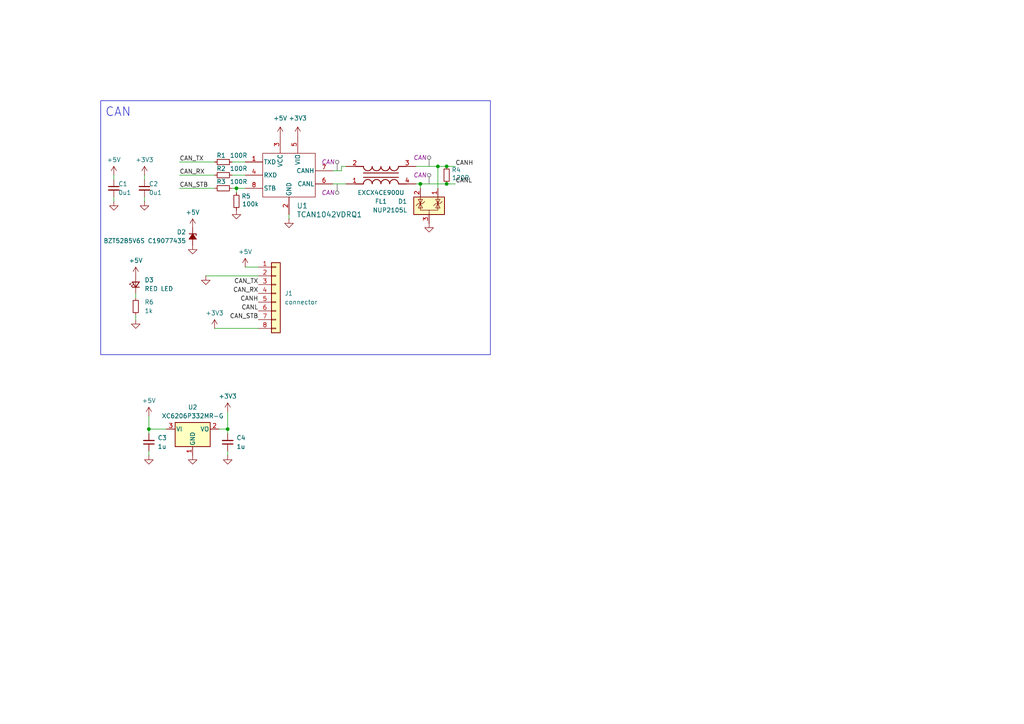
<source format=kicad_sch>
(kicad_sch (version 20231120) (generator "eeschema") (generator_version "8.0")
  (paper "A4")
  (lib_symbols
    (symbol "Connector_Generic:Conn_01x08" (pin_names (offset 1.016) hide)
      (property "Reference" "J" (at 0 10.16 0))
      (property "Value" "Conn_01x08" (at 0 -12.7 0))
      (symbol "Conn_01x08_1_1"
        (rectangle (start -1.27 -10.033) (end 0 -10.287) (stroke (width 0.1524)))
        (rectangle (start -1.27 -7.493) (end 0 -7.747) (stroke (width 0.1524)))
        (rectangle (start -1.27 -4.953) (end 0 -5.207) (stroke (width 0.1524)))
        (rectangle (start -1.27 -2.413) (end 0 -2.667) (stroke (width 0.1524)))
        (rectangle (start -1.27 0.127) (end 0 -0.127) (stroke (width 0.1524)))
        (rectangle (start -1.27 2.667) (end 0 2.413) (stroke (width 0.1524)))
        (rectangle (start -1.27 5.207) (end 0 4.953) (stroke (width 0.1524)))
        (rectangle (start -1.27 7.747) (end 0 7.493) (stroke (width 0.1524)))
        (rectangle (start -1.27 8.89) (end 1.27 -11.43) (stroke (width 0.254)) (fill (type background)))
        (pin passive line (at -5.08 7.62 0) (length 3.81) (name "Pin_1") (number "1"))
        (pin passive line (at -5.08 5.08 0) (length 3.81) (name "Pin_2") (number "2"))
        (pin passive line (at -5.08 2.54 0) (length 3.81) (name "Pin_3") (number "3"))
        (pin passive line (at -5.08 0 0) (length 3.81) (name "Pin_4") (number "4"))
        (pin passive line (at -5.08 -2.54 0) (length 3.81) (name "Pin_5") (number "5"))
        (pin passive line (at -5.08 -5.08 0) (length 3.81) (name "Pin_6") (number "6"))
        (pin passive line (at -5.08 -7.62 0) (length 3.81) (name "Pin_7") (number "7"))
        (pin passive line (at -5.08 -10.16 0) (length 3.81) (name "Pin_8") (number "8"))
      )
    )
    (symbol "Device:C_Small" (pin_numbers hide) (pin_names (offset 0.254) hide)
      (property "Reference" "C" (at 0.254 1.778 0))
      (property "Value" "C_Small" (at 0.254 -2.032 0))
      (symbol "C_Small_0_1"
        (polyline (pts (xy -1.524 -0.508) (xy 1.524 -0.508)) (stroke (width 0.3302)))
        (polyline (pts (xy -1.524 0.508) (xy 1.524 0.508)) (stroke (width 0.3048)))
      )
      (symbol "C_Small_1_1"
        (pin passive line (at 0 2.54 270) (length 2.032) (name "~") (number "1"))
        (pin passive line (at 0 -2.54 90) (length 2.032) (name "~") (number "2"))
      )
    )
    (symbol "Device:D_Zener_Small_Filled" (pin_numbers hide) (pin_names (offset 0.254) hide)
      (property "Reference" "D" (at 0 2.286 0))
      (property "Value" "D_Zener_Small_Filled" (at 0 -2.286 0))
      (symbol "D_Zener_Small_Filled_0_1"
        (polyline (pts (xy 0.762 0) (xy -0.762 0)))
        (polyline (pts (xy -0.254 1.016) (xy -0.762 1.016) (xy -0.762 -1.016)) (stroke (width 0.254)))
        (polyline (pts (xy 0.762 1.016) (xy -0.762 0) (xy 0.762 -1.016) (xy 0.762 1.016)) (stroke (width 0.254)) (fill (type outline)))
      )
      (symbol "D_Zener_Small_Filled_1_1"
        (pin passive line (at -2.54 0 0) (length 1.778) (name "K") (number "1"))
        (pin passive line (at 2.54 0 180) (length 1.778) (name "A") (number "2"))
      )
    )
    (symbol "Device:LED_Small" (pin_numbers hide) (pin_names (offset 0.254) hide)
      (property "Reference" "D" (at -1.27 3.175 0))
      (property "Value" "LED_Small" (at -4.445 -2.54 0))
      (symbol "LED_Small_0_1"
        (polyline (pts (xy -0.762 -1.016) (xy -0.762 1.016)) (stroke (width 0.254)))
        (polyline (pts (xy 1.016 0) (xy -0.762 0)))
        (polyline (pts (xy 0.762 -1.016) (xy -0.762 0) (xy 0.762 1.016) (xy 0.762 -1.016)) (stroke (width 0.254)))
        (polyline (pts (xy 0 0.762) (xy -0.508 1.27) (xy -0.254 1.27) (xy -0.508 1.27) (xy -0.508 1.016)))
        (polyline (pts (xy 0.508 1.27) (xy 0 1.778) (xy 0.254 1.778) (xy 0 1.778) (xy 0 1.524)))
      )
      (symbol "LED_Small_1_1"
        (pin passive line (at -2.54 0 0) (length 1.778) (name "K") (number "1"))
        (pin passive line (at 2.54 0 180) (length 1.778) (name "A") (number "2"))
      )
    )
    (symbol "Device:R_Small" (pin_numbers hide) (pin_names (offset 0.254) hide)
      (property "Reference" "R" (at 0.762 0.508 0))
      (property "Value" "R_Small" (at 0.762 -1.016 0))
      (symbol "R_Small_0_1"
        (rectangle (start -0.762 1.778) (end 0.762 -1.778) (stroke (width 0.2032)))
      )
      (symbol "R_Small_1_1"
        (pin passive line (at 0 2.54 270) (length 0.762) (name "~") (number "1"))
        (pin passive line (at 0 -2.54 90) (length 0.762) (name "~") (number "2"))
      )
    )
    (symbol "Power_Protection:NUP2105L" (pin_names hide)
      (property "Reference" "D" (at 5.715 2.54 0))
      (property "Value" "NUP2105L" (at 5.715 0.635 0))
      (symbol "NUP2105L_0_0"
        (pin passive line (at 0 -5.08 90) (length 2.54) (name "A") (number "3"))
      )
      (symbol "NUP2105L_0_1"
        (rectangle (start -4.445 2.54) (end 4.445 -2.54) (stroke (width 0.254)) (fill (type background)))
        (polyline (pts (xy -2.54 2.54) (xy -2.54 0.635)))
        (polyline (pts (xy 0 -1.27) (xy 0 -2.54)))
        (polyline (pts (xy 2.54 2.54) (xy 2.54 0.635)))
        (polyline (pts (xy -3.81 1.27) (xy -3.175 0.635) (xy -1.905 0.635) (xy -1.27 0)))
        (polyline (pts (xy -2.54 0.635) (xy -2.54 -1.27) (xy 2.54 -1.27) (xy 2.54 0.635)))
        (polyline (pts (xy -2.54 0.635) (xy -1.905 -0.635) (xy -3.175 -0.635) (xy -2.54 0.635)))
        (polyline (pts (xy 2.54 0.635) (xy 1.905 -0.635) (xy 3.175 -0.635) (xy 2.54 0.635)))
        (polyline (pts (xy 2.54 0.635) (xy 3.175 1.905) (xy 1.905 1.905) (xy 2.54 0.635)))
        (polyline (pts (xy -2.54 0.635) (xy -3.175 1.905) (xy -1.905 1.905) (xy -2.54 0.635) (xy -2.54 1.27)))
        (polyline (pts (xy 1.27 1.27) (xy 1.905 0.635) (xy 2.54 0.635) (xy 3.175 0.635) (xy 3.81 0)))
      )
      (symbol "NUP2105L_1_1"
        (pin passive line (at -2.54 5.08 270) (length 2.54) (name "K") (number "1"))
        (pin passive line (at 2.54 5.08 270) (length 2.54) (name "K") (number "2"))
      )
    )
    (symbol "Regulator_Linear:XC6206PxxxMR" (pin_names (offset 0.254))
      (property "Reference" "U" (at -3.81 3.175 0))
      (property "Value" "XC6206PxxxMR" (at 0 3.175 0))
      (symbol "XC6206PxxxMR_0_1"
        (rectangle (start -5.08 1.905) (end 5.08 -5.08) (stroke (width 0.254)) (fill (type background)))
      )
      (symbol "XC6206PxxxMR_1_1"
        (pin power_in line (at 0 -7.62 90) (length 2.54) (name "GND") (number "1"))
        (pin power_out line (at 7.62 0 180) (length 2.54) (name "VO") (number "2"))
        (pin power_in line (at -7.62 0 0) (length 2.54) (name "VI") (number "3"))
      )
    )
    (symbol "SamacSys_Parts_EP6:EXC-X4CE900U" (pin_names hide)
      (property "Reference" "FL" (at -0.254 1.524 0))
      (property "Value" "EXC-X4CE900U" (at -0.254 -0.254 0))
      (symbol "EXC-X4CE900U_1_1"
        (arc (start -2.488 -5.08) (mid -1.2689 -3.81) (end -2.488 -2.54) (stroke (width 0.254)))
        (arc (start -2.488 -2.54) (mid -1.2689 -1.27) (end -2.488 0) (stroke (width 0.254)))
        (arc (start -2.488 0) (mid -1.2689 1.27) (end -2.488 2.54) (stroke (width 0.254)))
        (arc (start -2.488 2.54) (mid -1.2689 3.81) (end -2.488 5.08) (stroke (width 0.254)))
        (polyline (pts (xy -2.54 -5.08) (xy -2.54 -7.366)) (stroke (width 0.254)))
        (polyline (pts (xy -2.54 5.08) (xy -2.54 7.366)) (stroke (width 0.254)))
        (polyline (pts (xy -0.635 5.08) (xy -0.635 -5.08)) (stroke (width 0.254)))
        (polyline (pts (xy 0.635 5.08) (xy 0.635 -5.08)) (stroke (width 0.254)))
        (polyline (pts (xy 2.54 -5.08) (xy 2.54 -7.366)) (stroke (width 0.254)))
        (polyline (pts (xy 2.54 5.08) (xy 2.54 7.366)) (stroke (width 0.254)))
        (arc (start 2.488 -2.54) (mid 1.2689 -3.81) (end 2.488 -5.08) (stroke (width 0.254)))
        (arc (start 2.488 0) (mid 1.2689 -1.27) (end 2.488 -2.54) (stroke (width 0.254)))
        (arc (start 2.488 2.54) (mid 1.2689 1.27) (end 2.488 0) (stroke (width 0.254)))
        (arc (start 2.488 5.08) (mid 1.2689 3.81) (end 2.488 2.54) (stroke (width 0.254)))
        (pin passive line (at -2.54 -10.16 90) (length 5.08) (name "1") (number "1"))
        (pin passive line (at 2.54 -10.16 90) (length 5.08) (name "2") (number "2"))
        (pin passive line (at 2.54 10.16 270) (length 5.08) (name "3") (number "3"))
        (pin passive line (at -2.54 10.16 270) (length 5.08) (name "4") (number "4"))
      )
    )
    (symbol "nturt_kicad_lib_EP6:TCAN1042VDRQ1" (pin_names (offset 0.254))
      (property "Reference" "U" (at 0 2.54 0))
      (property "Value" "TCAN1042VDRQ1" (at 0 0 0))
      (symbol "TCAN1042VDRQ1_0_1"
        (pin input line (at -12.7 3.81 0) (length 5.08) (name "TXD") (number "1"))
        (pin power_in line (at 0 -11.43 90) (length 5.08) (name "GND") (number "2"))
        (pin power_in line (at -2.54 11.43 270) (length 5.08) (name "VCC") (number "3"))
        (pin output line (at -12.7 0 0) (length 5.08) (name "RXD") (number "4"))
        (pin power_in line (at 2.54 11.43 270) (length 5.08) (name "VIO") (number "5"))
        (pin bidirectional line (at 12.7 -2.54 180) (length 5.08) (name "CANL") (number "6"))
        (pin bidirectional line (at 12.7 1.27 180) (length 5.08) (name "CANH") (number "7"))
        (pin input line (at -12.7 -3.81 0) (length 5.08) (name "STB") (number "8"))
      )
      (symbol "TCAN1042VDRQ1_1_1"
        (rectangle (start -7.62 6.35) (end 7.62 -6.35))
      )
    )
    (symbol "power:+3V3" (power) (pin_numbers hide) (pin_names (offset 0) hide)
      (property "Value" "+3V3" (at 0 3.556 0))
      (symbol "+3V3_0_1"
        (polyline (pts (xy -0.762 1.27) (xy 0 2.54)))
        (polyline (pts (xy 0 0) (xy 0 2.54)))
        (polyline (pts (xy 0 2.54) (xy 0.762 1.27)))
      )
      (symbol "+3V3_1_1"
        (pin power_in line (at 0 0 90) (length 0) (name "~") (number "1"))
      )
    )
    (symbol "power:+5V" (power) (pin_numbers hide) (pin_names (offset 0) hide)
      (property "Value" "+5V" (at 0 3.556 0))
      (symbol "+5V_0_1"
        (polyline (pts (xy -0.762 1.27) (xy 0 2.54)))
        (polyline (pts (xy 0 0) (xy 0 2.54)))
        (polyline (pts (xy 0 2.54) (xy 0.762 1.27)))
      )
      (symbol "+5V_1_1"
        (pin power_in line (at 0 0 90) (length 0) (name "~") (number "1"))
      )
    )
    (symbol "power:GND" (power) (pin_numbers hide) (pin_names (offset 0) hide)
      (property "Value" "GND" (at 0 -3.81 0))
      (symbol "GND_0_1"
        (polyline (pts (xy 0 0) (xy 0 -1.27) (xy 1.27 -1.27) (xy 0 -2.54) (xy -1.27 -1.27) (xy 0 -1.27)))
      )
      (symbol "GND_1_1"
        (pin power_in line (at 0 0 270) (length 0) (name "~") (number "1"))
      )
    )
  )
  (junction (at 121.92 53.34))
  (junction (at 129.54 48.26))
  (junction (at 43.18 124.46))
  (junction (at 66.04 124.46))
  (junction (at 68.58 54.61))
  (junction (at 129.54 53.34))
  (junction (at 127 48.26))
  (wire (pts (xy 96.52 53.34) (xy 100.33 53.34)))
  (wire (pts (xy 67.31 54.61) (xy 68.58 54.61)))
  (wire (pts (xy 67.31 46.99) (xy 71.12 46.99)))
  (wire (pts (xy 43.18 125.73) (xy 43.18 124.46)))
  (wire (pts (xy 43.18 124.46) (xy 48.26 124.46)))
  (wire (pts (xy 43.18 132.08) (xy 43.18 130.81)))
  (wire (pts (xy 66.04 124.46) (xy 63.5 124.46)))
  (wire (pts (xy 52.07 46.99) (xy 62.23 46.99)))
  (wire (pts (xy 41.91 52.07) (xy 41.91 50.8)))
  (wire (pts (xy 66.04 132.08) (xy 66.04 130.81)))
  (wire (pts (xy 52.07 50.8) (xy 62.23 50.8)))
  (wire (pts (xy 68.58 54.61) (xy 71.12 54.61)))
  (wire (pts (xy 68.58 55.88) (xy 68.58 54.61)))
  (wire (pts (xy 83.82 63.5) (xy 83.82 62.23)))
  (wire (pts (xy 121.92 53.34) (xy 121.92 54.61)))
  (wire (pts (xy 99.06 48.26) (xy 99.06 49.53)))
  (wire (pts (xy 127 48.26) (xy 127 54.61)))
  (wire (pts (xy 71.12 77.47) (xy 74.93 77.47)))
  (wire (pts (xy 129.54 53.34) (xy 132.08 53.34)))
  (wire (pts (xy 33.02 58.42) (xy 33.02 57.15)))
  (wire (pts (xy 59.69 80.01) (xy 74.93 80.01)))
  (wire (pts (xy 121.92 53.34) (xy 129.54 53.34)))
  (wire (pts (xy 39.37 86.36) (xy 39.37 85.09)))
  (wire (pts (xy 66.04 119.38) (xy 66.04 124.46)))
  (wire (pts (xy 66.04 125.73) (xy 66.04 124.46)))
  (wire (pts (xy 120.65 48.26) (xy 127 48.26)))
  (wire (pts (xy 129.54 48.26) (xy 132.08 48.26)))
  (wire (pts (xy 43.18 120.65) (xy 43.18 124.46)))
  (wire (pts (xy 127 48.26) (xy 129.54 48.26)))
  (wire (pts (xy 41.91 58.42) (xy 41.91 57.15)))
  (wire (pts (xy 67.31 50.8) (xy 71.12 50.8)))
  (wire (pts (xy 52.07 54.61) (xy 62.23 54.61)))
  (wire (pts (xy 33.02 52.07) (xy 33.02 50.8)))
  (wire (pts (xy 62.23 95.25) (xy 74.93 95.25)))
  (wire (pts (xy 99.06 48.26) (xy 100.33 48.26)))
  (wire (pts (xy 96.52 49.53) (xy 99.06 49.53)))
  (wire (pts (xy 121.92 53.34) (xy 120.65 53.34)))
  (wire (pts (xy 39.37 91.44) (xy 39.37 92.71)))
  (rectangle (start 29.21 29.21) (end 142.24 102.87))
  (text "CAN" (at 30.48 31.115 0) (effects (font (size 2.54 2.54)) (justify left top)))
  (label "CANH" (at 74.93 87.63 180))
  (label "CAN_TX" (at 74.93 82.55 180))
  (label "CANH" (at 132.08 48.26 0))
  (label "CAN_RX" (at 74.93 85.09 180))
  (label "CANL" (at 74.93 90.17 180))
  (label "CANL" (at 132.08 53.34 0))
  (label "CAN_RX" (at 52.07 50.8 0))
  (label "CAN_STB" (at 52.07 54.61 0))
  (label "CAN_STB" (at 74.93 92.71 180))
  (label "CAN_TX" (at 52.07 46.99 0))
  (netclass_flag "" (length 2.54) (shape round) (at 124.46 53.34 0) (property "Netclass" "CAN" (at 123.7615 50.8 0) (effects (font (italic yes)) (justify right))))
  (netclass_flag "" (length 2.54) (shape round) (at 97.79 49.53 0) (property "Netclass" "CAN" (at 97.0915 46.99 0) (effects (font (italic yes)) (justify right))))
  (netclass_flag "" (length 2.54) (shape round) (at 124.46 48.26 0) (property "Netclass" "CAN" (at 123.7615 45.72 0) (effects (font (italic yes)) (justify right))))
  (netclass_flag "" (length 2.54) (shape round) (at 97.79 53.34 180) (property "Netclass" "CAN" (at 97.0915 55.88 0) (effects (font (italic yes)) (justify right))))
  (symbol (lib_id "Device:C_Small") (at 33.02 54.61 0) (unit 1)
    (property "Reference" "C1" (at 34.29 53.34 0) (effects (justify left)))
    (property "Value" "0u1" (at 34.29 55.88 0) (effects (justify left)))
    (property "Footprint" "Capacitor_SMD:C_0402_1005Metric" (effects (hide yes)))
    (property "Description" "Unpolarized capacitor, small symbol" (effects (hide yes)))
  )
  (symbol (lib_id "Power_Protection:NUP2105L") (at 124.46 59.69 0) (mirror y) (unit 1)
    (property "Reference" "D1" (at 118.11 58.4199 0) (effects (justify left)))
    (property "Value" "NUP2105L" (at 118.11 60.9599 0) (effects (justify left)))
    (property "Footprint" "Package_TO_SOT_SMD:SOT-23" (effects (hide yes)))
    (property "Datasheet" "https://www.onsemi.com/pub_link/Collateral/NUP2105L-D.PDF" (effects (hide yes)))
    (property "Description" "Dual Line CAN Bus Protector, 24Vrwm" (effects (hide yes)))
  )
  (symbol (lib_id "power:+3V3") (at 86.36 39.37 0) (unit 1)
    (property "Reference" "#PWR02" (effects (hide yes)))
    (property "Value" "+3V3" (at 86.36 34.29 0))
    (property "Description" "Power symbol creates a global label with name \"+3V3\"" (effects (hide yes)))
  )
  (symbol (lib_id "power:+5V") (at 55.88 66.04 0) (unit 1)
    (property "Reference" "#PWR018" (effects (hide yes)))
    (property "Value" "+5V" (at 55.88 61.595 0))
    (property "Description" "Power symbol creates a global label with name \"+5V\"" (effects (hide yes)))
  )
  (symbol (lib_id "power:GND") (at 68.58 60.96 0) (unit 1)
    (property "Reference" "#PWR017" (effects (hide yes)))
    (property "Value" "GND" (effects (hide yes)))
    (property "Description" "Power symbol creates a global label with name \"GND\" , ground" (effects (hide yes)))
  )
  (symbol (lib_id "power:+3V3") (at 62.23 95.25 0) (unit 1)
    (property "Reference" "#PWR016" (effects (hide yes)))
    (property "Value" "+3V3" (at 62.23 90.805 0))
    (property "Description" "Power symbol creates a global label with name \"+3V3\"" (effects (hide yes)))
  )
  (symbol (lib_id "power:GND") (at 66.04 132.08 0) (mirror y) (unit 1)
    (property "Reference" "#PWR014" (effects (hide yes)))
    (property "Value" "GND" (effects (hide yes)))
    (property "Description" "Power symbol creates a global label with name \"GND\" , ground" (effects (hide yes)))
  )
  (symbol (lib_id "power:+5V") (at 43.18 120.65 0) (unit 1)
    (property "Reference" "#PWR010" (effects (hide yes)))
    (property "Value" "+5V" (at 43.18 116.205 0))
    (property "Description" "Power symbol creates a global label with name \"+5V\"" (effects (hide yes)))
  )
  (symbol (lib_id "Device:C_Small") (at 43.18 128.27 180) (unit 1)
    (property "Reference" "C3" (at 45.72 126.9935 0) (effects (justify right)))
    (property "Value" "1u" (at 45.72 129.5335 0) (effects (justify right)))
    (property "Footprint" "Capacitor_SMD:C_0402_1005Metric" (effects (hide yes)))
    (property "Description" "Unpolarized capacitor, small symbol" (effects (hide yes)))
  )
  (symbol (lib_id "power:+3V3") (at 66.04 119.38 0) (unit 1)
    (property "Reference" "#PWR011" (effects (hide yes)))
    (property "Value" "+3V3" (at 66.04 114.935 0))
    (property "Description" "Power symbol creates a global label with name \"+3V3\"" (effects (hide yes)))
  )
  (symbol (lib_id "Device:R_Small") (at 64.77 54.61 90) (mirror x) (unit 1)
    (property "Reference" "R3" (at 64.135 52.705 90))
    (property "Value" "100R" (at 69.215 52.705 90))
    (property "Footprint" "Resistor_SMD:R_0402_1005Metric" (effects (hide yes)))
    (property "Description" "Resistor, small symbol" (effects (hide yes)))
  )
  (symbol (lib_id "power:GND") (at 55.88 71.12 0) (unit 1)
    (property "Reference" "#PWR019" (effects (hide yes)))
    (property "Value" "GND" (effects (hide yes)))
    (property "Description" "Power symbol creates a global label with name \"GND\" , ground" (effects (hide yes)))
  )
  (symbol (lib_id "SamacSys_Parts_EP6:EXC-X4CE900U") (at 110.49 50.8 270) (mirror x) (unit 1)
    (property "Reference" "FL1" (at 110.49 58.42 90))
    (property "Value" "EXCX4CE900U" (at 110.49 55.88 90))
    (property "Footprint" "SamacSys_Parts_EP6:EXCX4CE900U" (effects (hide yes)))
    (property "Datasheet" "https://industrial.panasonic.com/cdbs/www-data/pdf/AWE0000/AWE0000C258.pdf" (effects (hide yes)))
    (property "Description" "Series/Type: Common mode Filters (0202 small size), Size [LW] (mm): 0.650.50, Height (mm): 0.3, Impedance [Common Mode] (): 90, Rated Voltage [DC] (V): 5, Rated Current [DC] (mA): 100, DC Resistance [max.] (): 3.0+/-30%, Number of circuit: 1" (effects (hide yes)))
    (property "Mouser Part Number" "667-EXC-X4CE900U" (effects (hide yes)))
    (property "Mouser Price/Stock" "https://www.mouser.co.uk/ProductDetail/Panasonic/EXC-X4CE900U?qs=r%2Fc3XikQTkKbkY%2FGNti4Lw%3D%3D" (effects (hide yes)))
    (property "Manufacturer_Name" "Panasonic" (effects (hide yes)))
    (property "Manufacturer_Part_Number" "EXC-X4CE900U" (effects (hide yes)))
    (property "Simulation Data" "https://industrial.panasonic.com/content/data/CC/files/EXCX4CE900U.zip" (effects (hide yes)))
  )
  (symbol (lib_id "power:GND") (at 39.37 92.71 0) (unit 1)
    (property "Reference" "#PWR020" (effects (hide yes)))
    (property "Value" "GND" (effects (hide yes)))
    (property "Description" "Power symbol creates a global label with name \"GND\" , ground" (effects (hide yes)))
  )
  (symbol (lib_id "power:GND") (at 33.02 58.42 0) (unit 1)
    (property "Reference" "#PWR05" (effects (hide yes)))
    (property "Value" "GND" (effects (hide yes)))
    (property "Description" "Power symbol creates a global label with name \"GND\" , ground" (effects (hide yes)))
  )
  (symbol (lib_id "power:GND") (at 43.18 132.08 0) (mirror y) (unit 1)
    (property "Reference" "#PWR012" (effects (hide yes)))
    (property "Value" "GND" (effects (hide yes)))
    (property "Description" "Power symbol creates a global label with name \"GND\" , ground" (effects (hide yes)))
  )
  (symbol (lib_id "nturt_kicad_lib_EP6:TCAN1042VDRQ1") (at 83.82 50.8 0) (unit 1)
    (property "Reference" "U1" (at 86.0141 59.69 0) (effects (font (size 1.524 1.524)) (justify left)))
    (property "Value" "TCAN1042VDRQ1" (at 86.0141 62.23 0) (effects (font (size 1.524 1.524)) (justify left)))
    (property "Footprint" "Package_SO:SOIC-8_3.9x4.9mm_P1.27mm" (effects (hide yes)))
    (property "Datasheet" "TCAN1042VDRQ1" (effects (hide yes)))
  )
  (symbol (lib_id "Device:C_Small") (at 41.91 54.61 0) (unit 1)
    (property "Reference" "C2" (at 43.18 53.34 0) (effects (justify left)))
    (property "Value" "0u1" (at 43.18 55.88 0) (effects (justify left)))
    (property "Footprint" "Capacitor_SMD:C_0402_1005Metric" (effects (hide yes)))
    (property "Description" "Unpolarized capacitor, small symbol" (effects (hide yes)))
  )
  (symbol (lib_id "Regulator_Linear:XC6206PxxxMR") (at 55.88 124.46 0) (unit 1)
    (property "Reference" "U2" (at 55.88 118.11 0))
    (property "Value" "XC6206P332MR-G" (at 55.88 120.65 0))
    (property "Footprint" "Package_TO_SOT_SMD:SOT-23-3" (effects (hide yes)))
    (property "Datasheet" "https://www.torexsemi.com/file/xc6206/XC6206.pdf" (effects (hide yes)))
    (property "Description" "Positive 60-250mA Low Dropout Regulator, Fixed Output, SOT-23" (effects (hide yes)))
  )
  (symbol (lib_id "power:GND") (at 59.69 80.01 0) (unit 1)
    (property "Reference" "#PWR015" (effects (hide yes)))
    (property "Value" "GND" (effects (hide yes)))
    (property "Description" "Power symbol creates a global label with name \"GND\" , ground" (effects (hide yes)))
  )
  (symbol (lib_id "Device:R_Small") (at 64.77 50.8 90) (mirror x) (unit 1)
    (property "Reference" "R2" (at 64.135 48.895 90))
    (property "Value" "100R" (at 69.215 48.895 90))
    (property "Footprint" "Resistor_SMD:R_0402_1005Metric" (effects (hide yes)))
    (property "Description" "Resistor, small symbol" (effects (hide yes)))
  )
  (symbol (lib_id "Device:R_Small") (at 129.54 50.8 0) (unit 1)
    (property "Reference" "R4" (at 132.334 49.276 0))
    (property "Value" "120R" (at 133.604 51.562 0))
    (property "Footprint" "Resistor_SMD:R_0402_1005Metric" (effects (hide yes)))
    (property "Description" "Resistor, small symbol" (effects (hide yes)))
  )
  (symbol (lib_id "Connector_Generic:Conn_01x08") (at 80.01 85.09 0) (unit 1)
    (property "Reference" "J1" (at 82.55 85.09 0) (effects (justify left)))
    (property "Value" "connector" (at 82.55 87.63 0) (effects (justify left)))
    (property "Footprint" "Connector_PinHeader_2.54mm:PinHeader_1x08_P2.54mm_Vertical" (effects (hide yes)))
    (property "Description" "Generic connector, single row, 01x08, script generated (kicad-library-utils/schlib/autogen/connector/)" (effects (hide yes)))
  )
  (symbol (lib_id "power:GND") (at 41.91 58.42 0) (unit 1)
    (property "Reference" "#PWR06" (effects (hide yes)))
    (property "Value" "GND" (effects (hide yes)))
    (property "Description" "Power symbol creates a global label with name \"GND\" , ground" (effects (hide yes)))
  )
  (symbol (lib_id "Device:C_Small") (at 66.04 128.27 180) (unit 1)
    (property "Reference" "C4" (at 68.58 126.9935 0) (effects (justify right)))
    (property "Value" "1u" (at 68.58 129.5335 0) (effects (justify right)))
    (property "Footprint" "Capacitor_SMD:C_0402_1005Metric" (effects (hide yes)))
    (property "Description" "Unpolarized capacitor, small symbol" (effects (hide yes)))
  )
  (symbol (lib_id "power:+5V") (at 39.37 80.01 0) (unit 1)
    (property "Reference" "#PWR021" (effects (hide yes)))
    (property "Value" "+5V" (at 39.37 75.565 0))
    (property "Description" "Power symbol creates a global label with name \"+5V\"" (effects (hide yes)))
  )
  (symbol (lib_id "Device:R_Small") (at 64.77 46.99 90) (unit 1)
    (property "Reference" "R1" (at 64.135 45.085 90))
    (property "Value" "100R" (at 69.215 45.085 90))
    (property "Footprint" "Resistor_SMD:R_0402_1005Metric" (effects (hide yes)))
    (property "Description" "Resistor, small symbol" (effects (hide yes)))
  )
  (symbol (lib_id "Device:LED_Small") (at 39.37 82.55 90) (unit 1)
    (property "Reference" "D3" (at 41.91 81.2165 90) (effects (justify right)))
    (property "Value" "RED LED" (at 41.91 83.7565 90) (effects (justify right)))
    (property "Footprint" "LED_SMD:LED_0603_1608Metric" (effects (hide yes)))
    (property "Description" "Light emitting diode, small symbol" (effects (hide yes)))
  )
  (symbol (lib_id "Device:R_Small") (at 68.58 58.42 0) (unit 1)
    (property "Reference" "R5" (at 71.374 56.896 0))
    (property "Value" "100k" (at 72.644 59.182 0))
    (property "Footprint" "Resistor_SMD:R_0402_1005Metric" (effects (hide yes)))
    (property "Description" "Resistor, small symbol" (effects (hide yes)))
  )
  (symbol (lib_id "power:GND") (at 55.88 132.08 0) (mirror y) (unit 1)
    (property "Reference" "#PWR013" (effects (hide yes)))
    (property "Value" "GND" (effects (hide yes)))
    (property "Description" "Power symbol creates a global label with name \"GND\" , ground" (effects (hide yes)))
  )
  (symbol (lib_id "power:+3V3") (at 41.91 50.8 0) (unit 1)
    (property "Reference" "#PWR04" (effects (hide yes)))
    (property "Value" "+3V3" (at 41.91 46.355 0))
    (property "Description" "Power symbol creates a global label with name \"+3V3\"" (effects (hide yes)))
  )
  (symbol (lib_id "power:GND") (at 124.46 64.77 0) (unit 1)
    (property "Reference" "#PWR08" (effects (hide yes)))
    (property "Value" "GND" (effects (hide yes)))
    (property "Description" "Power symbol creates a global label with name \"GND\" , ground" (effects (hide yes)))
  )
  (symbol (lib_id "power:+5V") (at 33.02 50.8 0) (unit 1)
    (property "Reference" "#PWR03" (effects (hide yes)))
    (property "Value" "+5V" (at 33.02 46.355 0))
    (property "Description" "Power symbol creates a global label with name \"+5V\"" (effects (hide yes)))
  )
  (symbol (lib_id "Device:R_Small") (at 39.37 88.9 0) (unit 1)
    (property "Reference" "R6" (at 41.91 87.63 0) (effects (justify left)))
    (property "Value" "1k" (at 41.91 90.17 0) (effects (justify left)))
    (property "Footprint" "Resistor_SMD:R_0402_1005Metric" (effects (hide yes)))
    (property "Description" "Resistor, small symbol" (effects (hide yes)))
  )
  (symbol (lib_id "power:+5V") (at 81.28 39.37 0) (unit 1)
    (property "Reference" "#PWR01" (effects (hide yes)))
    (property "Value" "+5V" (at 81.28 34.29 0))
    (property "Description" "Power symbol creates a global label with name \"+5V\"" (effects (hide yes)))
  )
  (symbol (lib_id "power:GND") (at 83.82 63.5 0) (unit 1)
    (property "Reference" "#PWR07" (effects (hide yes)))
    (property "Value" "GND" (effects (hide yes)))
    (property "Description" "Power symbol creates a global label with name \"GND\" , ground" (effects (hide yes)))
  )
  (symbol (lib_id "power:+5V") (at 71.12 77.47 0) (unit 1)
    (property "Reference" "#PWR09" (effects (hide yes)))
    (property "Value" "+5V" (at 71.12 73.025 0))
    (property "Description" "Power symbol creates a global label with name \"+5V\"" (effects (hide yes)))
  )
  (symbol (lib_id "Device:D_Zener_Small_Filled") (at 55.88 68.58 270) (unit 1)
    (property "Reference" "D2" (at 53.975 67.31 90) (effects (justify right)))
    (property "Value" "BZT52B5V6S C19077435" (at 53.975 69.85 90) (effects (justify right)))
    (property "Footprint" "Diode_SMD:D_SOD-323" (effects (hide yes)))
    (property "Description" "Zener diode, small symbol, filled shape" (effects (hide yes)))
  )
)
</source>
